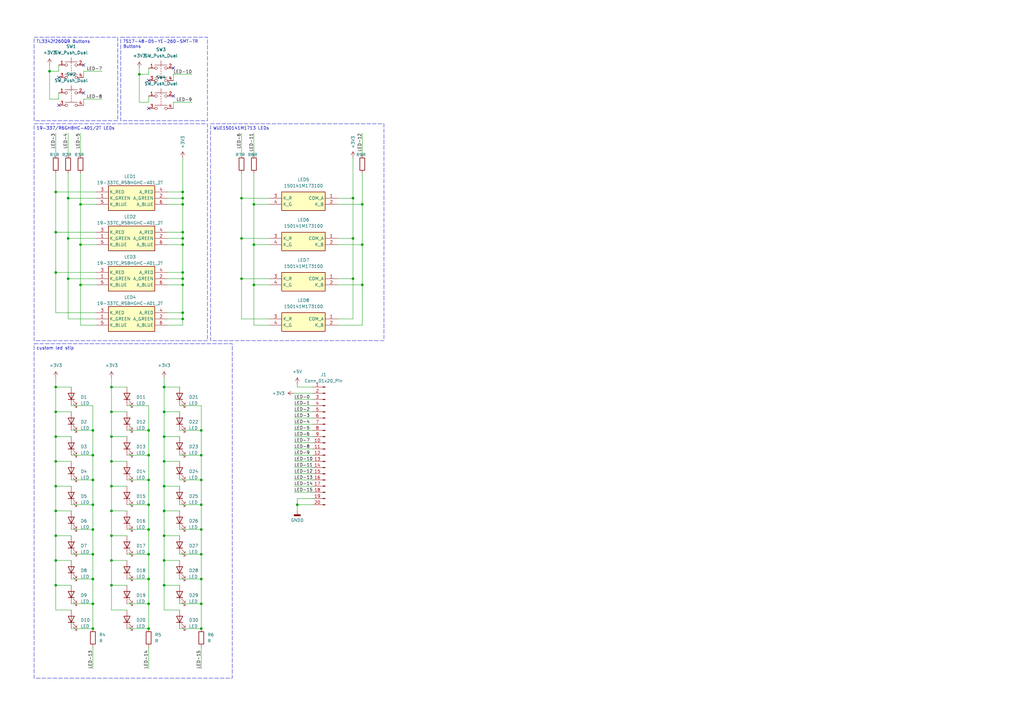
<source format=kicad_sch>
(kicad_sch (version 20230121) (generator eeschema)
  (paper "A3")
  (title_block (title "flexLeds - RGBbaby"))
  (lib_symbols
    (symbol "19-337C_RSBHGHC-A01_2T_1"
      (property "Reference" "LED3" (at -1.27 8.89 0))
      (property "Value" "19-337C_RSBHGHC-A01_2T" (at -1.27 6.35 0))
      (symbol "19-337C_RSBHGHC-A01_2T_1_1_1"
        (rectangle (start -10.16 5.08) (end 8.89 -5.08) (stroke (width 0.254)) (fill (type background)))
        (pin passive line (at -15.24 0 0) (length 5.08) (name "K_GREEN") (number "1"))
        (pin passive line (at 13.97 0 180) (length 5.08) (name "A_GREEN") (number "2"))
        (pin passive line (at -15.24 2.54 0) (length 5.08) (name "K_RED") (number "3"))
        (pin passive line (at 13.97 2.54 180) (length 5.08) (name "A_RED") (number "4"))
        (pin passive line (at -15.24 -2.54 0) (length 5.08) (name "K_BLUE") (number "5"))
        (pin passive line (at 13.97 -2.54 180) (length 5.08) (name "A_BLUE") (number "6"))
      )
    )
    (symbol "19-337C_RSBHGHC-A01_2T_2"
      (property "Reference" "LED1" (at -1.27 8.89 0))
      (property "Value" "19-337C_RSBHGHC-A01_2T" (at -1.27 6.35 0))
      (symbol "19-337C_RSBHGHC-A01_2T_2_1_1"
        (rectangle (start -10.16 5.08) (end 8.89 -5.08) (stroke (width 0.254)) (fill (type background)))
        (pin passive line (at -15.24 0 0) (length 5.08) (name "K_GREEN") (number "1"))
        (pin passive line (at 13.97 0 180) (length 5.08) (name "A_GREEN") (number "2"))
        (pin passive line (at -15.24 2.54 0) (length 5.08) (name "K_RED") (number "3"))
        (pin passive line (at 13.97 2.54 180) (length 5.08) (name "A_RED") (number "4"))
        (pin passive line (at -15.24 -2.54 0) (length 5.08) (name "K_BLUE") (number "5"))
        (pin passive line (at 13.97 -2.54 180) (length 5.08) (name "A_BLUE") (number "6"))
      )
    )
    (symbol "Connector:Conn_01x20_Pin" (pin_names (offset 1.016) hide)
      (property "Reference" "J" (at 0 25.4 0))
      (property "Value" "Conn_01x20_Pin" (at 0 -27.94 0))
      (symbol "Conn_01x20_Pin_1_1"
        (polyline (pts (xy 1.27 -25.4) (xy 0.8636 -25.4)) (stroke (width 0.1524)))
        (polyline (pts (xy 1.27 -22.86) (xy 0.8636 -22.86)) (stroke (width 0.1524)))
        (polyline (pts (xy 1.27 -20.32) (xy 0.8636 -20.32)) (stroke (width 0.1524)))
        (polyline (pts (xy 1.27 -17.78) (xy 0.8636 -17.78)) (stroke (width 0.1524)))
        (polyline (pts (xy 1.27 -15.24) (xy 0.8636 -15.24)) (stroke (width 0.1524)))
        (polyline (pts (xy 1.27 -12.7) (xy 0.8636 -12.7)) (stroke (width 0.1524)))
        (polyline (pts (xy 1.27 -10.16) (xy 0.8636 -10.16)) (stroke (width 0.1524)))
        (polyline (pts (xy 1.27 -7.62) (xy 0.8636 -7.62)) (stroke (width 0.1524)))
        (polyline (pts (xy 1.27 -5.08) (xy 0.8636 -5.08)) (stroke (width 0.1524)))
        (polyline (pts (xy 1.27 -2.54) (xy 0.8636 -2.54)) (stroke (width 0.1524)))
        (polyline (pts (xy 1.27 0) (xy 0.8636 0)) (stroke (width 0.1524)))
        (polyline (pts (xy 1.27 2.54) (xy 0.8636 2.54)) (stroke (width 0.1524)))
        (polyline (pts (xy 1.27 5.08) (xy 0.8636 5.08)) (stroke (width 0.1524)))
        (polyline (pts (xy 1.27 7.62) (xy 0.8636 7.62)) (stroke (width 0.1524)))
        (polyline (pts (xy 1.27 10.16) (xy 0.8636 10.16)) (stroke (width 0.1524)))
        (polyline (pts (xy 1.27 12.7) (xy 0.8636 12.7)) (stroke (width 0.1524)))
        (polyline (pts (xy 1.27 15.24) (xy 0.8636 15.24)) (stroke (width 0.1524)))
        (polyline (pts (xy 1.27 17.78) (xy 0.8636 17.78)) (stroke (width 0.1524)))
        (polyline (pts (xy 1.27 20.32) (xy 0.8636 20.32)) (stroke (width 0.1524)))
        (polyline (pts (xy 1.27 22.86) (xy 0.8636 22.86)) (stroke (width 0.1524)))
        (rectangle (start 0.8636 -25.273) (end 0 -25.527) (stroke (width 0.1524)) (fill (type outline)))
        (rectangle (start 0.8636 -22.733) (end 0 -22.987) (stroke (width 0.1524)) (fill (type outline)))
        (rectangle (start 0.8636 -20.193) (end 0 -20.447) (stroke (width 0.1524)) (fill (type outline)))
        (rectangle (start 0.8636 -17.653) (end 0 -17.907) (stroke (width 0.1524)) (fill (type outline)))
        (rectangle (start 0.8636 -15.113) (end 0 -15.367) (stroke (width 0.1524)) (fill (type outline)))
        (rectangle (start 0.8636 -12.573) (end 0 -12.827) (stroke (width 0.1524)) (fill (type outline)))
        (rectangle (start 0.8636 -10.033) (end 0 -10.287) (stroke (width 0.1524)) (fill (type outline)))
        (rectangle (start 0.8636 -7.493) (end 0 -7.747) (stroke (width 0.1524)) (fill (type outline)))
        (rectangle (start 0.8636 -4.953) (end 0 -5.207) (stroke (width 0.1524)) (fill (type outline)))
        (rectangle (start 0.8636 -2.413) (end 0 -2.667) (stroke (width 0.1524)) (fill (type outline)))
        (rectangle (start 0.8636 0.127) (end 0 -0.127) (stroke (width 0.1524)) (fill (type outline)))
        (rectangle (start 0.8636 2.667) (end 0 2.413) (stroke (width 0.1524)) (fill (type outline)))
        (rectangle (start 0.8636 5.207) (end 0 4.953) (stroke (width 0.1524)) (fill (type outline)))
        (rectangle (start 0.8636 7.747) (end 0 7.493) (stroke (width 0.1524)) (fill (type outline)))
        (rectangle (start 0.8636 10.287) (end 0 10.033) (stroke (width 0.1524)) (fill (type outline)))
        (rectangle (start 0.8636 12.827) (end 0 12.573) (stroke (width 0.1524)) (fill (type outline)))
        (rectangle (start 0.8636 15.367) (end 0 15.113) (stroke (width 0.1524)) (fill (type outline)))
        (rectangle (start 0.8636 17.907) (end 0 17.653) (stroke (width 0.1524)) (fill (type outline)))
        (rectangle (start 0.8636 20.447) (end 0 20.193) (stroke (width 0.1524)) (fill (type outline)))
        (rectangle (start 0.8636 22.987) (end 0 22.733) (stroke (width 0.1524)) (fill (type outline)))
        (pin passive line (at 5.08 22.86 180) (length 3.81) (name "Pin_1") (number "1"))
        (pin passive line (at 5.08 0 180) (length 3.81) (name "Pin_10") (number "10"))
        (pin passive line (at 5.08 -2.54 180) (length 3.81) (name "Pin_11") (number "11"))
        (pin passive line (at 5.08 -5.08 180) (length 3.81) (name "Pin_12") (number "12"))
        (pin passive line (at 5.08 -7.62 180) (length 3.81) (name "Pin_13") (number "13"))
        (pin passive line (at 5.08 -10.16 180) (length 3.81) (name "Pin_14") (number "14"))
        (pin passive line (at 5.08 -12.7 180) (length 3.81) (name "Pin_15") (number "15"))
        (pin passive line (at 5.08 -15.24 180) (length 3.81) (name "Pin_16") (number "16"))
        (pin passive line (at 5.08 -17.78 180) (length 3.81) (name "Pin_17") (number "17"))
        (pin passive line (at 5.08 -20.32 180) (length 3.81) (name "Pin_18") (number "18"))
        (pin passive line (at 5.08 -22.86 180) (length 3.81) (name "Pin_19") (number "19"))
        (pin passive line (at 5.08 20.32 180) (length 3.81) (name "Pin_2") (number "2"))
        (pin passive line (at 5.08 -25.4 180) (length 3.81) (name "Pin_20") (number "20"))
        (pin passive line (at 5.08 17.78 180) (length 3.81) (name "Pin_3") (number "3"))
        (pin passive line (at 5.08 15.24 180) (length 3.81) (name "Pin_4") (number "4"))
        (pin passive line (at 5.08 12.7 180) (length 3.81) (name "Pin_5") (number "5"))
        (pin passive line (at 5.08 10.16 180) (length 3.81) (name "Pin_6") (number "6"))
        (pin passive line (at 5.08 7.62 180) (length 3.81) (name "Pin_7") (number "7"))
        (pin passive line (at 5.08 5.08 180) (length 3.81) (name "Pin_8") (number "8"))
        (pin passive line (at 5.08 2.54 180) (length 3.81) (name "Pin_9") (number "9"))
      )
    )
    (symbol "Device:LED" (pin_numbers hide) (pin_names (offset 1.016) hide)
      (property "Reference" "D" (at 0 2.54 0))
      (property "Value" "LED" (at 0 -2.54 0))
      (symbol "LED_0_1"
        (polyline (pts (xy -1.27 -1.27) (xy -1.27 1.27)) (stroke (width 0.254)))
        (polyline (pts (xy -1.27 0) (xy 1.27 0)))
        (polyline (pts (xy 1.27 -1.27) (xy 1.27 1.27) (xy -1.27 0) (xy 1.27 -1.27)) (stroke (width 0.254)))
        (polyline (pts (xy -3.048 -0.762) (xy -4.572 -2.286) (xy -3.81 -2.286) (xy -4.572 -2.286) (xy -4.572 -1.524)))
        (polyline (pts (xy -1.778 -0.762) (xy -3.302 -2.286) (xy -2.54 -2.286) (xy -3.302 -2.286) (xy -3.302 -1.524)))
      )
      (symbol "LED_1_1"
        (pin passive line (at -3.81 0 0) (length 2.54) (name "K") (number "1"))
        (pin passive line (at 3.81 0 180) (length 2.54) (name "A") (number "2"))
      )
    )
    (symbol "Device:R" (pin_numbers hide) (pin_names (offset 0))
      (property "Reference" "R" (at 2.032 0 90))
      (property "Value" "R" (at 0 0 90))
      (symbol "R_0_1"
        (rectangle (start -1.016 -2.54) (end 1.016 2.54) (stroke (width 0.254)))
      )
      (symbol "R_1_1"
        (pin passive line (at 0 3.81 270) (length 1.27) (name "~") (number "1"))
        (pin passive line (at 0 -3.81 90) (length 1.27) (name "~") (number "2"))
      )
    )
    (symbol "SamacSys_Parts:150141M173100"
      (property "Reference" "LED" (at 24.13 7.62 0))
      (property "Value" "150141M173100" (at 24.13 5.08 0))
      (symbol "150141M173100_1_1"
        (rectangle (start 5.08 2.54) (end 22.86 -5.08) (stroke (width 0.254)) (fill (type background)))
        (pin passive line (at 27.94 0 180) (length 5.08) (name "COM_A") (number "1"))
        (pin passive line (at 27.94 -2.54 180) (length 5.08) (name "K_B") (number "2"))
        (pin passive line (at 0 0 0) (length 5.08) (name "K_R") (number "3"))
        (pin passive line (at 0 -2.54 0) (length 5.08) (name "K_G") (number "4"))
      )
    )
    (symbol "Switch:SW_Push_Dual" (pin_names (offset 1.016) hide)
      (property "Reference" "SW" (at 1.27 2.54 0))
      (property "Value" "SW_Push_Dual" (at 0 -6.858 0))
      (symbol "SW_Push_Dual_0_1"
        (circle (center -2.032 -5.08) (radius 0.508))
        (circle (center -2.032 0) (radius 0.508))
        (polyline (pts (xy 0 -3.048) (xy 0 -3.556)))
        (polyline (pts (xy 0 -2.032) (xy 0 -2.54)))
        (polyline (pts (xy 0 -1.524) (xy 0 -1.016)))
        (polyline (pts (xy 0 -0.508) (xy 0 0)))
        (polyline (pts (xy 0 0.508) (xy 0 1.016)))
        (polyline (pts (xy 0 1.27) (xy 0 3.048)))
        (polyline (pts (xy 2.54 -3.81) (xy -2.54 -3.81)))
        (polyline (pts (xy 2.54 1.27) (xy -2.54 1.27)))
        (circle (center 2.032 -5.08) (radius 0.508))
        (circle (center 2.032 0) (radius 0.508))
        (pin passive line (at -5.08 0 0) (length 2.54) (name "1") (number "1"))
        (pin passive line (at 5.08 0 180) (length 2.54) (name "2") (number "2"))
        (pin passive line (at -5.08 -5.08 0) (length 2.54) (name "3") (number "3"))
        (pin passive line (at 5.08 -5.08 180) (length 2.54) (name "4") (number "4"))
      )
    )
    (symbol "power:+3V3" (power) (pin_names (offset 0))
      (property "Value" "+3V3" (at 0 3.556 0))
      (symbol "+3V3_0_1"
        (polyline (pts (xy -0.762 1.27) (xy 0 2.54)))
        (polyline (pts (xy 0 0) (xy 0 2.54)))
        (polyline (pts (xy 0 2.54) (xy 0.762 1.27)))
      )
      (symbol "+3V3_1_1"
        (pin power_in line (at 0 0 90) (length 0) hide (name "+3V3") (number "1"))
      )
    )
    (symbol "power:+5V" (power) (pin_names (offset 0))
      (property "Value" "+5V" (at 0 3.556 0))
      (symbol "+5V_0_1"
        (polyline (pts (xy -0.762 1.27) (xy 0 2.54)))
        (polyline (pts (xy 0 0) (xy 0 2.54)))
        (polyline (pts (xy 0 2.54) (xy 0.762 1.27)))
      )
      (symbol "+5V_1_1"
        (pin power_in line (at 0 0 90) (length 0) hide (name "+5V") (number "1"))
      )
    )
    (symbol "power:GNDD" (power) (pin_names (offset 0))
      (property "Value" "GNDD" (at 0 -3.175 0))
      (symbol "GNDD_0_1"
        (rectangle (start -1.27 -1.524) (end 1.27 -2.032) (stroke (width 0.254)) (fill (type outline)))
        (polyline (pts (xy 0 0) (xy 0 -1.524)))
      )
      (symbol "GNDD_1_1"
        (pin power_in line (at 0 0 270) (length 0) hide (name "GNDD") (number "1"))
      )
    )
  )
  (junction (at 104.14 116.84))
  (junction (at 60.96 257.81))
  (junction (at 82.55 237.49))
  (junction (at 148.59 116.84))
  (junction (at 38.1 237.49))
  (junction (at 60.96 227.33))
  (junction (at 38.1 247.65))
  (junction (at 38.1 257.81))
  (junction (at 27.94 114.3))
  (junction (at 74.93 114.3))
  (junction (at 45.72 189.23))
  (junction (at 99.06 114.3))
  (junction (at 45.72 229.87))
  (junction (at 22.86 189.23))
  (junction (at 45.72 240.03))
  (junction (at 45.72 179.07))
  (junction (at 67.31 229.87))
  (junction (at 67.31 158.75))
  (junction (at 60.96 247.65))
  (junction (at 74.93 81.28))
  (junction (at 82.55 257.81))
  (junction (at 27.94 81.28))
  (junction (at 67.31 209.55))
  (junction (at 60.96 237.49))
  (junction (at 38.1 186.69))
  (junction (at 74.93 111.76))
  (junction (at 38.1 227.33))
  (junction (at 45.72 168.91))
  (junction (at 22.86 78.74))
  (junction (at 144.78 81.28))
  (junction (at 38.1 207.01))
  (junction (at 67.31 179.07))
  (junction (at 67.31 219.71))
  (junction (at 67.31 189.23))
  (junction (at 38.1 176.53))
  (junction (at 82.55 196.85))
  (junction (at 60.96 176.53))
  (junction (at 22.86 179.07))
  (junction (at 104.14 100.33))
  (junction (at 74.93 128.27))
  (junction (at 104.14 83.82))
  (junction (at 38.1 196.85))
  (junction (at 33.02 116.84))
  (junction (at 45.72 219.71))
  (junction (at 22.86 209.55))
  (junction (at 74.93 130.81))
  (junction (at 82.55 227.33))
  (junction (at 60.96 217.17))
  (junction (at 74.93 95.25))
  (junction (at 38.1 217.17))
  (junction (at 22.86 111.76))
  (junction (at 45.72 158.75))
  (junction (at 20.32 29.21))
  (junction (at 22.86 219.71))
  (junction (at 67.31 168.91))
  (junction (at 60.96 207.01))
  (junction (at 74.93 78.74))
  (junction (at 99.06 81.28))
  (junction (at 22.86 229.87))
  (junction (at 22.86 95.25))
  (junction (at 60.96 186.69))
  (junction (at 148.59 100.33))
  (junction (at 74.93 97.79))
  (junction (at 67.31 199.39))
  (junction (at 82.55 217.17))
  (junction (at 74.93 100.33))
  (junction (at 27.94 97.79))
  (junction (at 148.59 83.82))
  (junction (at 144.78 114.3))
  (junction (at 144.78 97.79))
  (junction (at 33.02 83.82))
  (junction (at 22.86 158.75))
  (junction (at 82.55 207.01))
  (junction (at 74.93 83.82))
  (junction (at 74.93 116.84))
  (junction (at 60.96 196.85))
  (junction (at 45.72 209.55))
  (junction (at 67.31 240.03))
  (junction (at 82.55 186.69))
  (junction (at 82.55 176.53))
  (junction (at 57.15 30.48))
  (junction (at 121.92 207.01))
  (junction (at 45.72 199.39))
  (junction (at 33.02 100.33))
  (junction (at 22.86 168.91))
  (junction (at 22.86 199.39))
  (junction (at 82.55 247.65))
  (junction (at 99.06 97.79))
  (junction (at 22.86 240.03))
  (no_connect (at 71.12 27.94))
  (no_connect (at 71.12 39.37))
  (no_connect (at 34.29 38.1))
  (no_connect (at 24.13 43.18))
  (no_connect (at 24.13 31.75))
  (no_connect (at 34.29 26.67))
  (no_connect (at 60.96 33.02))
  (no_connect (at 60.96 44.45))
  (wire (pts (xy 71.12 30.48) (xy 71.12 33.02)))
  (wire (pts (xy 110.49 133.35) (xy 104.14 133.35)))
  (wire (pts (xy 20.32 26.67) (xy 20.32 29.21)))
  (wire (pts (xy 138.43 81.28) (xy 144.78 81.28)))
  (wire (pts (xy 52.07 237.49) (xy 60.96 237.49)))
  (wire (pts (xy 60.96 176.53) (xy 60.96 186.69)))
  (wire (pts (xy 73.66 166.37) (xy 82.55 166.37)))
  (wire (pts (xy 74.93 100.33) (xy 74.93 97.79)))
  (wire (pts (xy 128.27 158.75) (xy 121.92 158.75)))
  (wire (pts (xy 33.02 100.33) (xy 33.02 83.82)))
  (wire (pts (xy 20.32 40.64) (xy 20.32 29.21)))
  (wire (pts (xy 148.59 100.33) (xy 148.59 116.84)))
  (wire (pts (xy 27.94 81.28) (xy 27.94 71.12)))
  (wire (pts (xy 38.1 186.69) (xy 38.1 196.85)))
  (wire (pts (xy 120.65 171.45) (xy 128.27 171.45)))
  (wire (pts (xy 120.65 189.23) (xy 128.27 189.23)))
  (wire (pts (xy 120.65 176.53) (xy 128.27 176.53)))
  (wire (pts (xy 22.86 54.61) (xy 22.86 63.5)))
  (wire (pts (xy 73.66 196.85) (xy 82.55 196.85)))
  (wire (pts (xy 104.14 54.61) (xy 104.14 63.5)))
  (wire (pts (xy 74.93 130.81) (xy 74.93 128.27)))
  (wire (pts (xy 38.1 166.37) (xy 38.1 176.53)))
  (wire (pts (xy 22.86 219.71) (xy 29.21 219.71)))
  (wire (pts (xy 104.14 100.33) (xy 110.49 100.33)))
  (wire (pts (xy 68.58 83.82) (xy 74.93 83.82)))
  (wire (pts (xy 67.31 209.55) (xy 73.66 209.55)))
  (wire (pts (xy 60.96 186.69) (xy 60.96 196.85)))
  (wire (pts (xy 38.1 217.17) (xy 38.1 227.33)))
  (wire (pts (xy 60.96 39.37) (xy 60.96 41.91)))
  (wire (pts (xy 74.93 97.79) (xy 74.93 95.25)))
  (wire (pts (xy 120.65 199.39) (xy 128.27 199.39)))
  (wire (pts (xy 39.37 128.27) (xy 22.86 128.27)))
  (wire (pts (xy 45.72 229.87) (xy 52.07 229.87)))
  (wire (pts (xy 67.31 179.07) (xy 67.31 168.91)))
  (wire (pts (xy 24.13 40.64) (xy 20.32 40.64)))
  (wire (pts (xy 68.58 130.81) (xy 74.93 130.81)))
  (wire (pts (xy 138.43 100.33) (xy 148.59 100.33)))
  (wire (pts (xy 39.37 81.28) (xy 27.94 81.28)))
  (wire (pts (xy 57.15 27.94) (xy 57.15 30.48)))
  (wire (pts (xy 148.59 71.12) (xy 148.59 83.82)))
  (wire (pts (xy 144.78 64.77) (xy 144.78 81.28)))
  (wire (pts (xy 74.93 114.3) (xy 74.93 111.76)))
  (wire (pts (xy 67.31 229.87) (xy 73.66 229.87)))
  (wire (pts (xy 120.65 196.85) (xy 128.27 196.85)))
  (wire (pts (xy 144.78 97.79) (xy 144.78 114.3)))
  (wire (pts (xy 120.65 181.61) (xy 128.27 181.61)))
  (wire (pts (xy 22.86 229.87) (xy 29.21 229.87)))
  (wire (pts (xy 120.65 166.37) (xy 128.27 166.37)))
  (wire (pts (xy 73.66 176.53) (xy 82.55 176.53)))
  (wire (pts (xy 45.72 219.71) (xy 45.72 209.55)))
  (wire (pts (xy 39.37 114.3) (xy 27.94 114.3)))
  (wire (pts (xy 120.65 179.07) (xy 128.27 179.07)))
  (wire (pts (xy 22.86 209.55) (xy 29.21 209.55)))
  (wire (pts (xy 22.86 168.91) (xy 22.86 158.75)))
  (wire (pts (xy 73.66 247.65) (xy 82.55 247.65)))
  (wire (pts (xy 74.93 111.76) (xy 74.93 100.33)))
  (wire (pts (xy 38.1 176.53) (xy 38.1 186.69)))
  (wire (pts (xy 82.55 207.01) (xy 82.55 217.17)))
  (wire (pts (xy 45.72 179.07) (xy 52.07 179.07)))
  (wire (pts (xy 22.86 189.23) (xy 29.21 189.23)))
  (wire (pts (xy 29.21 207.01) (xy 38.1 207.01)))
  (wire (pts (xy 22.86 71.12) (xy 22.86 78.74)))
  (wire (pts (xy 73.66 186.69) (xy 82.55 186.69)))
  (wire (pts (xy 34.29 40.64) (xy 34.29 43.18)))
  (wire (pts (xy 22.86 250.19) (xy 22.86 240.03)))
  (wire (pts (xy 104.14 100.33) (xy 104.14 83.82)))
  (wire (pts (xy 67.31 219.71) (xy 67.31 209.55)))
  (wire (pts (xy 82.55 217.17) (xy 82.55 227.33)))
  (wire (pts (xy 82.55 265.43) (xy 82.55 274.32)))
  (wire (pts (xy 74.93 116.84) (xy 74.93 114.3)))
  (wire (pts (xy 120.65 161.29) (xy 128.27 161.29)))
  (wire (pts (xy 68.58 114.3) (xy 74.93 114.3)))
  (wire (pts (xy 60.96 41.91) (xy 57.15 41.91)))
  (wire (pts (xy 104.14 83.82) (xy 104.14 71.12)))
  (wire (pts (xy 67.31 168.91) (xy 73.66 168.91)))
  (wire (pts (xy 104.14 133.35) (xy 104.14 116.84)))
  (wire (pts (xy 22.86 219.71) (xy 22.86 209.55)))
  (wire (pts (xy 22.86 199.39) (xy 22.86 189.23)))
  (wire (pts (xy 148.59 83.82) (xy 148.59 100.33)))
  (wire (pts (xy 121.92 209.55) (xy 121.92 207.01)))
  (wire (pts (xy 148.59 54.61) (xy 148.59 63.5)))
  (wire (pts (xy 120.65 163.83) (xy 128.27 163.83)))
  (wire (pts (xy 22.86 95.25) (xy 22.86 111.76)))
  (wire (pts (xy 68.58 78.74) (xy 74.93 78.74)))
  (wire (pts (xy 104.14 116.84) (xy 110.49 116.84)))
  (wire (pts (xy 45.72 154.94) (xy 45.72 158.75)))
  (wire (pts (xy 24.13 38.1) (xy 24.13 40.64)))
  (wire (pts (xy 120.65 186.69) (xy 128.27 186.69)))
  (wire (pts (xy 60.96 257.81) (xy 52.07 257.81)))
  (wire (pts (xy 73.66 250.19) (xy 67.31 250.19)))
  (wire (pts (xy 110.49 130.81) (xy 99.06 130.81)))
  (wire (pts (xy 22.86 209.55) (xy 22.86 199.39)))
  (wire (pts (xy 33.02 116.84) (xy 33.02 100.33)))
  (wire (pts (xy 33.02 54.61) (xy 33.02 63.5)))
  (wire (pts (xy 120.65 201.93) (xy 128.27 201.93)))
  (wire (pts (xy 29.21 217.17) (xy 38.1 217.17)))
  (wire (pts (xy 45.72 168.91) (xy 52.07 168.91)))
  (wire (pts (xy 52.07 166.37) (xy 60.96 166.37)))
  (wire (pts (xy 22.86 158.75) (xy 29.21 158.75)))
  (wire (pts (xy 67.31 240.03) (xy 67.31 229.87)))
  (wire (pts (xy 27.94 97.79) (xy 27.94 81.28)))
  (wire (pts (xy 39.37 97.79) (xy 27.94 97.79)))
  (wire (pts (xy 110.49 81.28) (xy 99.06 81.28)))
  (wire (pts (xy 27.94 54.61) (xy 27.94 63.5)))
  (wire (pts (xy 52.07 217.17) (xy 60.96 217.17)))
  (wire (pts (xy 99.06 81.28) (xy 99.06 71.12)))
  (wire (pts (xy 67.31 154.94) (xy 67.31 158.75)))
  (wire (pts (xy 144.78 114.3) (xy 144.78 130.81)))
  (wire (pts (xy 33.02 100.33) (xy 39.37 100.33)))
  (wire (pts (xy 67.31 219.71) (xy 73.66 219.71)))
  (wire (pts (xy 121.92 158.75) (xy 121.92 157.48)))
  (wire (pts (xy 60.96 247.65) (xy 60.96 257.81)))
  (wire (pts (xy 38.1 237.49) (xy 38.1 247.65)))
  (wire (pts (xy 33.02 133.35) (xy 33.02 116.84)))
  (wire (pts (xy 34.29 29.21) (xy 34.29 31.75)))
  (wire (pts (xy 138.43 114.3) (xy 144.78 114.3)))
  (wire (pts (xy 39.37 130.81) (xy 27.94 130.81)))
  (wire (pts (xy 38.1 196.85) (xy 38.1 207.01)))
  (wire (pts (xy 52.07 227.33) (xy 60.96 227.33)))
  (wire (pts (xy 60.96 237.49) (xy 60.96 247.65)))
  (wire (pts (xy 39.37 95.25) (xy 22.86 95.25)))
  (wire (pts (xy 24.13 26.67) (xy 24.13 29.21)))
  (wire (pts (xy 38.1 265.43) (xy 38.1 274.32)))
  (wire (pts (xy 74.93 64.77) (xy 74.93 78.74)))
  (wire (pts (xy 74.93 95.25) (xy 74.93 83.82)))
  (wire (pts (xy 99.06 54.61) (xy 99.06 63.5)))
  (wire (pts (xy 74.93 81.28) (xy 74.93 78.74)))
  (wire (pts (xy 68.58 116.84) (xy 74.93 116.84)))
  (wire (pts (xy 39.37 111.76) (xy 22.86 111.76)))
  (wire (pts (xy 29.21 237.49) (xy 38.1 237.49)))
  (wire (pts (xy 67.31 199.39) (xy 67.31 189.23)))
  (wire (pts (xy 67.31 240.03) (xy 73.66 240.03)))
  (wire (pts (xy 82.55 176.53) (xy 82.55 186.69)))
  (wire (pts (xy 82.55 237.49) (xy 82.55 247.65)))
  (wire (pts (xy 138.43 116.84) (xy 148.59 116.84)))
  (wire (pts (xy 82.55 247.65) (xy 82.55 257.81)))
  (wire (pts (xy 68.58 100.33) (xy 74.93 100.33)))
  (wire (pts (xy 27.94 114.3) (xy 27.94 97.79)))
  (wire (pts (xy 144.78 81.28) (xy 144.78 97.79)))
  (wire (pts (xy 148.59 116.84) (xy 148.59 133.35)))
  (wire (pts (xy 60.96 207.01) (xy 60.96 217.17)))
  (wire (pts (xy 38.1 257.81) (xy 29.21 257.81)))
  (wire (pts (xy 27.94 130.81) (xy 27.94 114.3)))
  (wire (pts (xy 29.21 176.53) (xy 38.1 176.53)))
  (wire (pts (xy 67.31 168.91) (xy 67.31 158.75)))
  (wire (pts (xy 22.86 199.39) (xy 29.21 199.39)))
  (wire (pts (xy 68.58 95.25) (xy 74.93 95.25)))
  (wire (pts (xy 29.21 250.19) (xy 22.86 250.19)))
  (wire (pts (xy 45.72 219.71) (xy 52.07 219.71)))
  (wire (pts (xy 74.93 133.35) (xy 74.93 130.81)))
  (wire (pts (xy 41.91 29.21) (xy 34.29 29.21)))
  (wire (pts (xy 45.72 229.87) (xy 45.72 219.71)))
  (wire (pts (xy 41.91 40.64) (xy 34.29 40.64)))
  (wire (pts (xy 57.15 30.48) (xy 60.96 30.48)))
  (wire (pts (xy 68.58 133.35) (xy 74.93 133.35)))
  (wire (pts (xy 104.14 83.82) (xy 110.49 83.82)))
  (wire (pts (xy 67.31 158.75) (xy 73.66 158.75)))
  (wire (pts (xy 22.86 240.03) (xy 29.21 240.03)))
  (wire (pts (xy 121.92 207.01) (xy 128.27 207.01)))
  (wire (pts (xy 29.21 227.33) (xy 38.1 227.33)))
  (wire (pts (xy 82.55 186.69) (xy 82.55 196.85)))
  (wire (pts (xy 33.02 83.82) (xy 33.02 71.12)))
  (wire (pts (xy 68.58 81.28) (xy 74.93 81.28)))
  (wire (pts (xy 45.72 209.55) (xy 52.07 209.55)))
  (wire (pts (xy 71.12 41.91) (xy 71.12 44.45)))
  (wire (pts (xy 60.96 217.17) (xy 60.96 227.33)))
  (wire (pts (xy 22.86 229.87) (xy 22.86 219.71)))
  (wire (pts (xy 38.1 207.01) (xy 38.1 217.17)))
  (wire (pts (xy 52.07 207.01) (xy 60.96 207.01)))
  (wire (pts (xy 45.72 209.55) (xy 45.72 199.39)))
  (wire (pts (xy 138.43 97.79) (xy 144.78 97.79)))
  (wire (pts (xy 45.72 168.91) (xy 45.72 158.75)))
  (wire (pts (xy 52.07 196.85) (xy 60.96 196.85)))
  (wire (pts (xy 22.86 78.74) (xy 39.37 78.74)))
  (wire (pts (xy 67.31 250.19) (xy 67.31 240.03)))
  (wire (pts (xy 99.06 97.79) (xy 99.06 81.28)))
  (wire (pts (xy 110.49 97.79) (xy 99.06 97.79)))
  (wire (pts (xy 82.55 257.81) (xy 73.66 257.81)))
  (wire (pts (xy 39.37 133.35) (xy 33.02 133.35)))
  (wire (pts (xy 52.07 247.65) (xy 60.96 247.65)))
  (wire (pts (xy 45.72 240.03) (xy 52.07 240.03)))
  (wire (pts (xy 78.74 41.91) (xy 71.12 41.91)))
  (wire (pts (xy 45.72 199.39) (xy 45.72 189.23)))
  (wire (pts (xy 22.86 111.76) (xy 22.86 128.27)))
  (wire (pts (xy 57.15 41.91) (xy 57.15 30.48)))
  (wire (pts (xy 73.66 227.33) (xy 82.55 227.33)))
  (wire (pts (xy 74.93 83.82) (xy 74.93 81.28)))
  (wire (pts (xy 60.96 265.43) (xy 60.96 274.32)))
  (wire (pts (xy 104.14 116.84) (xy 104.14 100.33)))
  (wire (pts (xy 120.65 191.77) (xy 128.27 191.77)))
  (wire (pts (xy 120.65 173.99) (xy 128.27 173.99)))
  (wire (pts (xy 73.66 207.01) (xy 82.55 207.01)))
  (wire (pts (xy 45.72 189.23) (xy 52.07 189.23)))
  (wire (pts (xy 29.21 247.65) (xy 38.1 247.65)))
  (wire (pts (xy 45.72 189.23) (xy 45.72 179.07)))
  (wire (pts (xy 60.96 227.33) (xy 60.96 237.49)))
  (wire (pts (xy 138.43 130.81) (xy 144.78 130.81)))
  (wire (pts (xy 20.32 29.21) (xy 24.13 29.21)))
  (wire (pts (xy 67.31 179.07) (xy 73.66 179.07)))
  (wire (pts (xy 45.72 179.07) (xy 45.72 168.91)))
  (wire (pts (xy 68.58 128.27) (xy 74.93 128.27)))
  (wire (pts (xy 38.1 227.33) (xy 38.1 237.49)))
  (wire (pts (xy 60.96 196.85) (xy 60.96 207.01)))
  (wire (pts (xy 45.72 199.39) (xy 52.07 199.39)))
  (wire (pts (xy 74.93 128.27) (xy 74.93 116.84)))
  (wire (pts (xy 52.07 186.69) (xy 60.96 186.69)))
  (wire (pts (xy 67.31 189.23) (xy 73.66 189.23)))
  (wire (pts (xy 52.07 176.53) (xy 60.96 176.53)))
  (wire (pts (xy 67.31 229.87) (xy 67.31 219.71)))
  (wire (pts (xy 29.21 196.85) (xy 38.1 196.85)))
  (wire (pts (xy 52.07 250.19) (xy 45.72 250.19)))
  (wire (pts (xy 110.49 114.3) (xy 99.06 114.3)))
  (wire (pts (xy 22.86 168.91) (xy 29.21 168.91)))
  (wire (pts (xy 99.06 130.81) (xy 99.06 114.3)))
  (wire (pts (xy 38.1 247.65) (xy 38.1 257.81)))
  (wire (pts (xy 22.86 154.94) (xy 22.86 158.75)))
  (wire (pts (xy 29.21 166.37) (xy 38.1 166.37)))
  (wire (pts (xy 73.66 217.17) (xy 82.55 217.17)))
  (wire (pts (xy 82.55 166.37) (xy 82.55 176.53)))
  (wire (pts (xy 68.58 97.79) (xy 74.93 97.79)))
  (wire (pts (xy 120.65 194.31) (xy 128.27 194.31)))
  (wire (pts (xy 22.86 78.74) (xy 22.86 95.25)))
  (wire (pts (xy 29.21 186.69) (xy 38.1 186.69)))
  (wire (pts (xy 45.72 158.75) (xy 52.07 158.75)))
  (wire (pts (xy 33.02 116.84) (xy 39.37 116.84)))
  (wire (pts (xy 138.43 133.35) (xy 148.59 133.35)))
  (wire (pts (xy 82.55 196.85) (xy 82.55 207.01)))
  (wire (pts (xy 68.58 111.76) (xy 74.93 111.76)))
  (wire (pts (xy 22.86 179.07) (xy 29.21 179.07)))
  (wire (pts (xy 73.66 237.49) (xy 82.55 237.49)))
  (wire (pts (xy 67.31 209.55) (xy 67.31 199.39)))
  (wire (pts (xy 121.92 207.01) (xy 121.92 204.47)))
  (wire (pts (xy 33.02 83.82) (xy 39.37 83.82)))
  (wire (pts (xy 67.31 199.39) (xy 73.66 199.39)))
  (wire (pts (xy 82.55 227.33) (xy 82.55 237.49)))
  (wire (pts (xy 120.65 184.15) (xy 128.27 184.15)))
  (wire (pts (xy 67.31 189.23) (xy 67.31 179.07)))
  (wire (pts (xy 45.72 250.19) (xy 45.72 240.03)))
  (wire (pts (xy 45.72 240.03) (xy 45.72 229.87)))
  (wire (pts (xy 60.96 27.94) (xy 60.96 30.48)))
  (wire (pts (xy 99.06 114.3) (xy 99.06 97.79)))
  (wire (pts (xy 22.86 179.07) (xy 22.86 168.91)))
  (wire (pts (xy 60.96 166.37) (xy 60.96 176.53)))
  (wire (pts (xy 121.92 204.47) (xy 128.27 204.47)))
  (wire (pts (xy 22.86 240.03) (xy 22.86 229.87)))
  (wire (pts (xy 78.74 30.48) (xy 71.12 30.48)))
  (wire (pts (xy 138.43 83.82) (xy 148.59 83.82)))
  (wire (pts (xy 120.65 168.91) (xy 128.27 168.91)))
  (wire (pts (xy 22.86 189.23) (xy 22.86 179.07)))
  (text_box "TS17-48-05-YE-260-SMT-TR Buttons" (at 49.53 15.24 0) (size 35.56 34.29) (stroke (width 0) (type dash)) (effects (font (size 1.27 1.27)) (justify left top)))
  (text_box "custom led stip" (at 13.97 140.97 0) (size 81.28 137.16) (stroke (width 0) (type dash)) (effects (font (size 1.27 1.27)) (justify left top)))
  (text_box "19-337/R6GHBHC-A01/2T LEDs" (at 13.97 50.8 0) (size 71.12 88.9) (stroke (width 0) (type dash)) (effects (font (size 1.27 1.27)) (justify left top)))
  (text_box "TL3342f260Q9 Buttons" (at 13.97 15.24 0) (size 34.29 34.29) (stroke (width 0) (type dash)) (effects (font (size 1.27 1.27)) (justify left top)))
  (text_box "WUE150141M1713 LEDs" (at 86.36 50.8 0) (size 71.12 88.9) (stroke (width 0) (type dash)) (effects (font (size 1.27 1.27)) (justify left top)))
  (label "LED-10" (at 78.74 30.48 180))
  (label "LED-4" (at 27.94 54.61 270))
  (label "LED-5" (at 120.65 176.53 0))
  (label "LED-10" (at 120.65 189.23 0))
  (label "LED-4" (at 120.65 173.99 0))
  (label "LED-6" (at 120.65 179.07 0))
  (label "LED-13" (at 120.65 196.85 0))
  (label "LED-7" (at 120.65 181.61 0))
  (label "LED-15" (at 120.65 201.93 0))
  (label "LED-3" (at 120.65 171.45 0))
  (label "LED-8" (at 120.65 184.15 0))
  (label "LED-8" (at 41.91 40.64 180))
  (label "LED-12" (at 120.65 194.31 0))
  (label "LED-14" (at 60.96 274.32 90))
  (label "LED-5" (at 33.02 54.61 270))
  (label "LED-6" (at 99.06 54.61 270))
  (label "LED-14" (at 120.65 199.39 0))
  (label "LED-11" (at 120.65 191.77 0))
  (label "LED-15" (at 82.55 274.32 90))
  (label "LED-0" (at 120.65 163.83 0))
  (label "LED-1" (at 120.65 166.37 0))
  (label "LED-11" (at 104.14 54.61 270))
  (label "LED-9" (at 120.65 186.69 0))
  (label "LED-3" (at 22.86 54.61 270))
  (label "LED-2" (at 120.65 168.91 0))
  (label "LED-9" (at 78.74 41.91 180))
  (label "LED-13" (at 38.1 274.32 90))
  (label "LED-12" (at 148.59 54.61 270))
  (label "LED-7" (at 41.91 29.21 180))
  (symbol (lib_name "19-337C_RSBHGHC-A01_2T_1") (lib_id "SamacSys_Parts:19-337C_RSBHGHC-A01_2T") (at 54.61 114.3 0) (unit 1)
    (property "Reference" "LED3" (at 53.34 105.41 0))
    (property "Value" "19-337C_RSBHGHC-A01_2T" (at 53.34 107.95 0))
    (property "Footprint" "19337CRSBHGHCA012T" (effects hide))
    (property "Datasheet" "https://media.digikey.com/pdf/Data%20Sheets/Everlight%20PDFs/19-337C-RSBHGHC-A01-2T.pdf" (effects hide))
    (property "Height" "0" (effects hide))
    (property "Manufacturer_Name" "Everlight" (effects hide))
    (property "Manufacturer_Part_Number" "19-337C/RSBHGHC-A01/2T" (effects hide))
    (property "Mouser Part Number" "638-337CRSBHGHCA012T" (effects hide))
    (property "Mouser Price/Stock" "https://www.mouser.co.uk/ProductDetail/Everlight/19-337C-RSBHGHC-A01-2T?qs=By6Nw2ByBD0mvETd5unM3A%3D%3D" (effects hide))
    (property "Arrow Part Number" "19-337C/RSBHGHC-A01/2T" (effects hide))
    (property "Arrow Price/Stock" "https://www.arrow.com/en/products/19-337crsbhghc-a012t/everlight-electronics?region=nac" (effects hide))
  )
  (symbol (lib_id "Device:LED") (at 52.07 233.68 90) (unit 1)
    (property "Reference" "D18" (at 55.88 233.9975 90) (effects (justify right)))
    (property "Value" "LED" (at 55.88 236.5375 90) (effects (justify right)))
    (property "Footprint" "LED_SMD:LED_0805_2012Metric_Pad1.15x1.40mm_HandSolder" (effects hide))
  )
  (symbol (lib_id "Device:R") (at 27.94 67.31 0) (unit 1)
    (property "Reference" "R2" (at 25.4 63.5 0) (effects (justify left)))
    (property "Value" "R" (at 27.94 63.5 0) (effects (justify left)))
    (property "Footprint" "Resistor_SMD:R_0805_2012Metric_Pad1.20x1.40mm_HandSolder" (effects hide))
  )
  (symbol (lib_id "SamacSys_Parts:150141M173100") (at 110.49 97.79 0) (unit 1)
    (property "Reference" "LED6" (at 124.46 90.17 0))
    (property "Value" "150141M173100" (at 124.46 92.71 0))
    (property "Footprint" "150141M173100" (effects hide))
    (property "Datasheet" "https://www.mouser.de/datasheet/2/445/150141M173100-1714646.pdf" (effects hide))
    (property "Height" "2.1" (effects hide))
    (property "Manufacturer_Name" "Wurth Elektronik" (effects hide))
    (property "Manufacturer_Part_Number" "150141M173100" (effects hide))
    (property "Mouser Part Number" "710-150141M173100" (effects hide))
    (property "Mouser Price/Stock" "https://www.mouser.co.uk/ProductDetail/Wurth-Elektronik/150141M173100?qs=2kOmHSv6VfT%2Fmnpysgc7Ng%3D%3D" (effects hide))
  )
  (symbol (lib_id "Device:LED") (at 52.07 213.36 90) (unit 1)
    (property "Reference" "D16" (at 55.88 213.6775 90) (effects (justify right)))
    (property "Value" "LED" (at 55.88 216.2175 90) (effects (justify right)))
    (property "Footprint" "LED_SMD:LED_0805_2012Metric_Pad1.15x1.40mm_HandSolder" (effects hide))
  )
  (symbol (lib_id "Device:LED") (at 52.07 254 90) (unit 1)
    (property "Reference" "D20" (at 55.88 254.3175 90) (effects (justify right)))
    (property "Value" "LED" (at 55.88 256.8575 90) (effects (justify right)))
    (property "Footprint" "LED_SMD:LED_0805_2012Metric_Pad1.15x1.40mm_HandSolder" (effects hide))
  )
  (symbol (lib_id "Device:R") (at 82.55 261.62 0) (unit 1)
    (property "Reference" "R6" (at 85.09 260.35 0) (effects (justify left)))
    (property "Value" "R" (at 85.09 262.89 0) (effects (justify left)))
    (property "Footprint" "Resistor_SMD:R_0805_2012Metric_Pad1.20x1.40mm_HandSolder" (effects hide))
  )
  (symbol (lib_id "power:+3V3") (at 20.32 26.67 0) (unit 1)
    (property "Reference" "#PWR01" (effects hide))
    (property "Value" "+3V3" (at 20.32 21.59 0))
  )
  (symbol (lib_id "power:+3V3") (at 22.86 154.94 0) (mirror y) (unit 1)
    (property "Reference" "#PWR02" (effects hide))
    (property "Value" "+3V3" (at 22.86 149.86 0))
  )
  (symbol (lib_id "power:+3V3") (at 67.31 154.94 0) (mirror y) (unit 1)
    (property "Reference" "#PWR05" (effects hide))
    (property "Value" "+3V3" (at 67.31 149.86 0))
  )
  (symbol (lib_id "SamacSys_Parts:150141M173100") (at 110.49 114.3 0) (unit 1)
    (property "Reference" "LED7" (at 124.46 106.68 0))
    (property "Value" "150141M173100" (at 124.46 109.22 0))
    (property "Footprint" "150141M173100" (effects hide))
    (property "Datasheet" "https://www.mouser.de/datasheet/2/445/150141M173100-1714646.pdf" (effects hide))
    (property "Height" "2.1" (effects hide))
    (property "Manufacturer_Name" "Wurth Elektronik" (effects hide))
    (property "Manufacturer_Part_Number" "150141M173100" (effects hide))
    (property "Mouser Part Number" "710-150141M173100" (effects hide))
    (property "Mouser Price/Stock" "https://www.mouser.co.uk/ProductDetail/Wurth-Elektronik/150141M173100?qs=2kOmHSv6VfT%2Fmnpysgc7Ng%3D%3D" (effects hide))
  )
  (symbol (lib_id "Switch:SW_Push_Dual") (at 66.04 39.37 0) (unit 1)
    (property "Reference" "SW4" (at 66.04 31.75 0))
    (property "Value" "SW_Push_Dual" (at 66.04 34.29 0))
    (property "Footprint" "SamacSys_Parts:TS174805YE160SMTTR" (effects hide))
  )
  (symbol (lib_id "Device:LED") (at 29.21 162.56 90) (unit 1)
    (property "Reference" "D1" (at 33.02 162.8775 90) (effects (justify right)))
    (property "Value" "LED" (at 33.02 165.4175 90) (effects (justify right)))
    (property "Footprint" "LED_SMD:LED_0805_2012Metric_Pad1.15x1.40mm_HandSolder" (effects hide))
  )
  (symbol (lib_id "SamacSys_Parts:150141M173100") (at 110.49 130.81 0) (unit 1)
    (property "Reference" "LED8" (at 124.46 123.19 0))
    (property "Value" "150141M173100" (at 124.46 125.73 0))
    (property "Footprint" "150141M173100" (effects hide))
    (property "Datasheet" "https://www.mouser.de/datasheet/2/445/150141M173100-1714646.pdf" (effects hide))
    (property "Height" "2.1" (effects hide))
    (property "Manufacturer_Name" "Wurth Elektronik" (effects hide))
    (property "Manufacturer_Part_Number" "150141M173100" (effects hide))
    (property "Mouser Part Number" "710-150141M173100" (effects hide))
    (property "Mouser Price/Stock" "https://www.mouser.co.uk/ProductDetail/Wurth-Elektronik/150141M173100?qs=2kOmHSv6VfT%2Fmnpysgc7Ng%3D%3D" (effects hide))
  )
  (symbol (lib_id "Device:R") (at 33.02 67.31 0) (unit 1)
    (property "Reference" "R3" (at 30.48 63.5 0) (effects (justify left)))
    (property "Value" "R" (at 33.02 63.5 0) (effects (justify left)))
    (property "Footprint" "Resistor_SMD:R_0805_2012Metric_Pad1.20x1.40mm_HandSolder" (effects hide))
  )
  (symbol (lib_id "Device:LED") (at 73.66 172.72 90) (unit 1)
    (property "Reference" "D22" (at 77.47 173.0375 90) (effects (justify right)))
    (property "Value" "LED" (at 77.47 175.5775 90) (effects (justify right)))
    (property "Footprint" "LED_SMD:LED_0805_2012Metric_Pad1.15x1.40mm_HandSolder" (effects hide))
  )
  (symbol (lib_id "Device:LED") (at 73.66 254 90) (unit 1)
    (property "Reference" "D30" (at 77.47 254.3175 90) (effects (justify right)))
    (property "Value" "LED" (at 77.47 256.8575 90) (effects (justify right)))
    (property "Footprint" "LED_SMD:LED_0805_2012Metric_Pad1.15x1.40mm_HandSolder" (effects hide))
  )
  (symbol (lib_id "Device:LED") (at 29.21 223.52 90) (unit 1)
    (property "Reference" "D7" (at 33.02 223.8375 90) (effects (justify right)))
    (property "Value" "LED" (at 33.02 226.3775 90) (effects (justify right)))
    (property "Footprint" "LED_SMD:LED_0805_2012Metric_Pad1.15x1.40mm_HandSolder" (effects hide))
  )
  (symbol (lib_id "Device:LED") (at 52.07 182.88 90) (unit 1)
    (property "Reference" "D13" (at 55.88 183.1975 90) (effects (justify right)))
    (property "Value" "LED" (at 55.88 185.7375 90) (effects (justify right)))
    (property "Footprint" "LED_SMD:LED_0805_2012Metric_Pad1.15x1.40mm_HandSolder" (effects hide))
  )
  (symbol (lib_id "Device:LED") (at 52.07 162.56 90) (unit 1)
    (property "Reference" "D11" (at 55.88 162.8775 90) (effects (justify right)))
    (property "Value" "LED" (at 55.88 165.4175 90) (effects (justify right)))
    (property "Footprint" "LED_SMD:LED_0805_2012Metric_Pad1.15x1.40mm_HandSolder" (effects hide))
  )
  (symbol (lib_id "power:+3V3") (at 57.15 27.94 0) (unit 1)
    (property "Reference" "#PWR04" (effects hide))
    (property "Value" "+3V3" (at 57.15 22.86 0))
  )
  (symbol (lib_id "Device:LED") (at 29.21 213.36 90) (unit 1)
    (property "Reference" "D6" (at 33.02 213.6775 90) (effects (justify right)))
    (property "Value" "LED" (at 33.02 216.2175 90) (effects (justify right)))
    (property "Footprint" "LED_SMD:LED_0805_2012Metric_Pad1.15x1.40mm_HandSolder" (effects hide))
  )
  (symbol (lib_id "Device:R") (at 104.14 67.31 0) (unit 1)
    (property "Reference" "R8" (at 101.6 63.5 0) (effects (justify left)))
    (property "Value" "R" (at 104.14 63.5 0) (effects (justify left)))
    (property "Footprint" "Resistor_SMD:R_0805_2012Metric_Pad1.20x1.40mm_HandSolder" (effects hide))
  )
  (symbol (lib_id "Device:R") (at 99.06 67.31 0) (unit 1)
    (property "Reference" "R7" (at 96.52 63.5 0) (effects (justify left)))
    (property "Value" "R" (at 99.06 63.5 0) (effects (justify left)))
    (property "Footprint" "Resistor_SMD:R_0805_2012Metric_Pad1.20x1.40mm_HandSolder" (effects hide))
  )
  (symbol (lib_id "Device:LED") (at 73.66 223.52 90) (unit 1)
    (property "Reference" "D27" (at 77.47 223.8375 90) (effects (justify right)))
    (property "Value" "LED" (at 77.47 226.3775 90) (effects (justify right)))
    (property "Footprint" "LED_SMD:LED_0805_2012Metric_Pad1.15x1.40mm_HandSolder" (effects hide))
  )
  (symbol (lib_id "power:+3V3") (at 144.78 64.77 0) (mirror y) (unit 1)
    (property "Reference" "#PWR010" (effects hide))
    (property "Value" "+3V3" (at 144.78 60.96 90) (effects (justify left)))
  )
  (symbol (lib_id "power:+3V3") (at 120.65 161.29 90) (unit 1)
    (property "Reference" "#PWR07" (effects hide))
    (property "Value" "+3V3" (at 116.84 161.29 90) (effects (justify left)))
  )
  (symbol (lib_id "Device:LED") (at 73.66 193.04 90) (unit 1)
    (property "Reference" "D24" (at 77.47 193.3575 90) (effects (justify right)))
    (property "Value" "LED" (at 77.47 195.8975 90) (effects (justify right)))
    (property "Footprint" "LED_SMD:LED_0805_2012Metric_Pad1.15x1.40mm_HandSolder" (effects hide))
  )
  (symbol (lib_id "Device:LED") (at 73.66 243.84 90) (unit 1)
    (property "Reference" "D29" (at 77.47 244.1575 90) (effects (justify right)))
    (property "Value" "LED" (at 77.47 246.6975 90) (effects (justify right)))
    (property "Footprint" "LED_SMD:LED_0805_2012Metric_Pad1.15x1.40mm_HandSolder" (effects hide))
  )
  (symbol (lib_name "19-337C_RSBHGHC-A01_2T_1") (lib_id "SamacSys_Parts:19-337C_RSBHGHC-A01_2T") (at 54.61 130.81 0) (unit 1)
    (property "Reference" "LED4" (at 53.34 121.92 0))
    (property "Value" "19-337C_RSBHGHC-A01_2T" (at 53.34 124.46 0))
    (property "Footprint" "19337CRSBHGHCA012T" (effects hide))
    (property "Datasheet" "https://media.digikey.com/pdf/Data%20Sheets/Everlight%20PDFs/19-337C-RSBHGHC-A01-2T.pdf" (effects hide))
    (property "Height" "0" (effects hide))
    (property "Manufacturer_Name" "Everlight" (effects hide))
    (property "Manufacturer_Part_Number" "19-337C/RSBHGHC-A01/2T" (effects hide))
    (property "Mouser Part Number" "638-337CRSBHGHCA012T" (effects hide))
    (property "Mouser Price/Stock" "https://www.mouser.co.uk/ProductDetail/Everlight/19-337C-RSBHGHC-A01-2T?qs=By6Nw2ByBD0mvETd5unM3A%3D%3D" (effects hide))
    (property "Arrow Part Number" "19-337C/RSBHGHC-A01/2T" (effects hide))
    (property "Arrow Price/Stock" "https://www.arrow.com/en/products/19-337crsbhghc-a012t/everlight-electronics?region=nac" (effects hide))
  )
  (symbol (lib_id "Device:LED") (at 29.21 203.2 90) (unit 1)
    (property "Reference" "D5" (at 33.02 203.5175 90) (effects (justify right)))
    (property "Value" "LED" (at 33.02 206.0575 90) (effects (justify right)))
    (property "Footprint" "LED_SMD:LED_0805_2012Metric_Pad1.15x1.40mm_HandSolder" (effects hide))
  )
  (symbol (lib_id "Device:LED") (at 52.07 172.72 90) (unit 1)
    (property "Reference" "D12" (at 55.88 173.0375 90) (effects (justify right)))
    (property "Value" "LED" (at 55.88 175.5775 90) (effects (justify right)))
    (property "Footprint" "LED_SMD:LED_0805_2012Metric_Pad1.15x1.40mm_HandSolder" (effects hide))
  )
  (symbol (lib_id "Device:LED") (at 29.21 172.72 90) (unit 1)
    (property "Reference" "D2" (at 33.02 173.0375 90) (effects (justify right)))
    (property "Value" "LED" (at 33.02 175.5775 90) (effects (justify right)))
    (property "Footprint" "LED_SMD:LED_0805_2012Metric_Pad1.15x1.40mm_HandSolder" (effects hide))
  )
  (symbol (lib_id "Device:R") (at 148.59 67.31 0) (unit 1)
    (property "Reference" "R9" (at 146.05 63.5 0) (effects (justify left)))
    (property "Value" "R" (at 148.59 63.5 0) (effects (justify left)))
    (property "Footprint" "Resistor_SMD:R_0805_2012Metric_Pad1.20x1.40mm_HandSolder" (effects hide))
  )
  (symbol (lib_id "Device:LED") (at 29.21 243.84 90) (unit 1)
    (property "Reference" "D9" (at 33.02 244.1575 90) (effects (justify right)))
    (property "Value" "LED" (at 33.02 246.6975 90) (effects (justify right)))
    (property "Footprint" "LED_SMD:LED_0805_2012Metric_Pad1.15x1.40mm_HandSolder" (effects hide))
  )
  (symbol (lib_id "Device:LED") (at 73.66 233.68 90) (unit 1)
    (property "Reference" "D28" (at 77.47 233.9975 90) (effects (justify right)))
    (property "Value" "LED" (at 77.47 236.5375 90) (effects (justify right)))
    (property "Footprint" "LED_SMD:LED_0805_2012Metric_Pad1.15x1.40mm_HandSolder" (effects hide))
  )
  (symbol (lib_id "power:+5V") (at 121.92 157.48 0) (unit 1)
    (property "Reference" "#PWR08" (effects hide))
    (property "Value" "+5V" (at 121.92 152.4 0))
  )
  (symbol (lib_id "Connector:Conn_01x20_Pin") (at 133.35 181.61 0) (mirror y) (unit 1)
    (property "Reference" "J1" (at 132.715 153.67 0))
    (property "Value" "Conn_01x20_Pin" (at 132.715 156.21 0))
    (property "Footprint" "User:Conn_1x20_FFC" (effects hide))
  )
  (symbol (lib_id "Device:LED") (at 73.66 162.56 90) (unit 1)
    (property "Reference" "D21" (at 77.47 162.8775 90) (effects (justify right)))
    (property "Value" "LED" (at 77.47 165.4175 90) (effects (justify right)))
    (property "Footprint" "LED_SMD:LED_0805_2012Metric_Pad1.15x1.40mm_HandSolder" (effects hide))
  )
  (symbol (lib_name "19-337C_RSBHGHC-A01_2T_1") (lib_id "SamacSys_Parts:19-337C_RSBHGHC-A01_2T") (at 54.61 97.79 0) (unit 1)
    (property "Reference" "LED2" (at 53.34 88.9 0))
    (property "Value" "19-337C_RSBHGHC-A01_2T" (at 53.34 91.44 0))
    (property "Footprint" "19337CRSBHGHCA012T" (effects hide))
    (property "Datasheet" "https://media.digikey.com/pdf/Data%20Sheets/Everlight%20PDFs/19-337C-RSBHGHC-A01-2T.pdf" (effects hide))
    (property "Height" "0" (effects hide))
    (property "Manufacturer_Name" "Everlight" (effects hide))
    (property "Manufacturer_Part_Number" "19-337C/RSBHGHC-A01/2T" (effects hide))
    (property "Mouser Part Number" "638-337CRSBHGHCA012T" (effects hide))
    (property "Mouser Price/Stock" "https://www.mouser.co.uk/ProductDetail/Everlight/19-337C-RSBHGHC-A01-2T?qs=By6Nw2ByBD0mvETd5unM3A%3D%3D" (effects hide))
    (property "Arrow Part Number" "19-337C/RSBHGHC-A01/2T" (effects hide))
    (property "Arrow Price/Stock" "https://www.arrow.com/en/products/19-337crsbhghc-a012t/everlight-electronics?region=nac" (effects hide))
  )
  (symbol (lib_id "Device:LED") (at 73.66 213.36 90) (unit 1)
    (property "Reference" "D26" (at 77.47 213.6775 90) (effects (justify right)))
    (property "Value" "LED" (at 77.47 216.2175 90) (effects (justify right)))
    (property "Footprint" "LED_SMD:LED_0805_2012Metric_Pad1.15x1.40mm_HandSolder" (effects hide))
  )
  (symbol (lib_id "Switch:SW_Push_Dual") (at 66.04 27.94 0) (unit 1)
    (property "Reference" "SW3" (at 66.04 20.32 0))
    (property "Value" "SW_Push_Dual" (at 66.04 22.86 0))
    (property "Footprint" "SamacSys_Parts:TS174805YE160SMTTR" (effects hide))
  )
  (symbol (lib_id "Device:LED") (at 52.07 243.84 90) (unit 1)
    (property "Reference" "D19" (at 55.88 244.1575 90) (effects (justify right)))
    (property "Value" "LED" (at 55.88 246.6975 90) (effects (justify right)))
    (property "Footprint" "LED_SMD:LED_0805_2012Metric_Pad1.15x1.40mm_HandSolder" (effects hide))
  )
  (symbol (lib_id "Device:LED") (at 29.21 254 90) (unit 1)
    (property "Reference" "D10" (at 33.02 254.3175 90) (effects (justify right)))
    (property "Value" "LED" (at 33.02 256.8575 90) (effects (justify right)))
    (property "Footprint" "LED_SMD:LED_0805_2012Metric_Pad1.15x1.40mm_HandSolder" (effects hide))
  )
  (symbol (lib_id "Device:LED") (at 52.07 203.2 90) (unit 1)
    (property "Reference" "D15" (at 55.88 203.5175 90) (effects (justify right)))
    (property "Value" "LED" (at 55.88 206.0575 90) (effects (justify right)))
    (property "Footprint" "LED_SMD:LED_0805_2012Metric_Pad1.15x1.40mm_HandSolder" (effects hide))
  )
  (symbol (lib_id "Device:R") (at 38.1 261.62 0) (unit 1)
    (property "Reference" "R4" (at 40.64 260.35 0) (effects (justify left)))
    (property "Value" "R" (at 40.64 262.89 0) (effects (justify left)))
    (property "Footprint" "Resistor_SMD:R_0805_2012Metric_Pad1.20x1.40mm_HandSolder" (effects hide))
  )
  (symbol (lib_id "Device:LED") (at 73.66 182.88 90) (unit 1)
    (property "Reference" "D23" (at 77.47 183.1975 90) (effects (justify right)))
    (property "Value" "LED" (at 77.47 185.7375 90) (effects (justify right)))
    (property "Footprint" "LED_SMD:LED_0805_2012Metric_Pad1.15x1.40mm_HandSolder" (effects hide))
  )
  (symbol (lib_id "power:+3V3") (at 45.72 154.94 0) (mirror y) (unit 1)
    (property "Reference" "#PWR03" (effects hide))
    (property "Value" "+3V3" (at 45.72 149.86 0))
  )
  (symbol (lib_id "Device:LED") (at 73.66 203.2 90) (unit 1)
    (property "Reference" "D25" (at 77.47 203.5175 90) (effects (justify right)))
    (property "Value" "LED" (at 77.47 206.0575 90) (effects (justify right)))
    (property "Footprint" "LED_SMD:LED_0805_2012Metric_Pad1.15x1.40mm_HandSolder" (effects hide))
  )
  (symbol (lib_id "Device:LED") (at 29.21 182.88 90) (unit 1)
    (property "Reference" "D3" (at 33.02 183.1975 90) (effects (justify right)))
    (property "Value" "LED" (at 33.02 185.7375 90) (effects (justify right)))
    (property "Footprint" "LED_SMD:LED_0805_2012Metric_Pad1.15x1.40mm_HandSolder" (effects hide))
  )
  (symbol (lib_id "Device:LED") (at 52.07 193.04 90) (unit 1)
    (property "Reference" "D14" (at 55.88 193.3575 90) (effects (justify right)))
    (property "Value" "LED" (at 55.88 195.8975 90) (effects (justify right)))
    (property "Footprint" "LED_SMD:LED_0805_2012Metric_Pad1.15x1.40mm_HandSolder" (effects hide))
  )
  (symbol (lib_name "19-337C_RSBHGHC-A01_2T_2") (lib_id "SamacSys_Parts:19-337C_RSBHGHC-A01_2T") (at 54.61 81.28 0) (unit 1)
    (property "Reference" "LED1" (at 53.34 72.39 0))
    (property "Value" "19-337C_RSBHGHC-A01_2T" (at 53.34 74.93 0))
    (property "Footprint" "19337CRSBHGHCA012T" (effects hide))
    (property "Datasheet" "https://media.digikey.com/pdf/Data%20Sheets/Everlight%20PDFs/19-337C-RSBHGHC-A01-2T.pdf" (effects hide))
    (property "Height" "0" (effects hide))
    (property "Manufacturer_Name" "Everlight" (effects hide))
    (property "Manufacturer_Part_Number" "19-337C/RSBHGHC-A01/2T" (effects hide))
    (property "Mouser Part Number" "638-337CRSBHGHCA012T" (effects hide))
    (property "Mouser Price/Stock" "https://www.mouser.co.uk/ProductDetail/Everlight/19-337C-RSBHGHC-A01-2T?qs=By6Nw2ByBD0mvETd5unM3A%3D%3D" (effects hide))
    (property "Arrow Part Number" "19-337C/RSBHGHC-A01/2T" (effects hide))
    (property "Arrow Price/Stock" "https://www.arrow.com/en/products/19-337crsbhghc-a012t/everlight-electronics?region=nac" (effects hide))
  )
  (symbol (lib_id "SamacSys_Parts:150141M173100") (at 110.49 81.28 0) (unit 1)
    (property "Reference" "LED5" (at 124.46 73.66 0))
    (property "Value" "150141M173100" (at 124.46 76.2 0))
    (property "Footprint" "150141M173100" (effects hide))
    (property "Datasheet" "https://www.mouser.de/datasheet/2/445/150141M173100-1714646.pdf" (effects hide))
    (property "Height" "2.1" (effects hide))
    (property "Manufacturer_Name" "Wurth Elektronik" (effects hide))
    (property "Manufacturer_Part_Number" "150141M173100" (effects hide))
    (property "Mouser Part Number" "710-150141M173100" (effects hide))
    (property "Mouser Price/Stock" "https://www.mouser.co.uk/ProductDetail/Wurth-Elektronik/150141M173100?qs=2kOmHSv6VfT%2Fmnpysgc7Ng%3D%3D" (effects hide))
  )
  (symbol (lib_id "Switch:SW_Push_Dual") (at 29.21 38.1 0) (unit 1)
    (property "Reference" "SW2" (at 29.21 30.48 0))
    (property "Value" "SW_Push_Dual" (at 29.21 33.02 0))
    (property "Footprint" "SamacSys_Parts:TL3342F260QG" (effects hide))
  )
  (symbol (lib_id "Device:R") (at 22.86 67.31 0) (unit 1)
    (property "Reference" "R1" (at 20.32 63.5 0) (effects (justify left)))
    (property "Value" "R" (at 22.86 63.5 0) (effects (justify left)))
    (property "Footprint" "Resistor_SMD:R_0805_2012Metric_Pad1.20x1.40mm_HandSolder" (effects hide))
  )
  (symbol (lib_id "Device:LED") (at 29.21 233.68 90) (unit 1)
    (property "Reference" "D8" (at 33.02 233.9975 90) (effects (justify right)))
    (property "Value" "LED" (at 33.02 236.5375 90) (effects (justify right)))
    (property "Footprint" "LED_SMD:LED_0805_2012Metric_Pad1.15x1.40mm_HandSolder" (effects hide))
  )
  (symbol (lib_id "power:GNDD") (at 121.92 209.55 0) (unit 1)
    (property "Reference" "#PWR09" (effects hide))
    (property "Value" "GNDD" (at 121.92 213.36 0))
  )
  (symbol (lib_id "Switch:SW_Push_Dual") (at 29.21 26.67 0) (unit 1)
    (property "Reference" "SW1" (at 29.21 19.05 0))
    (property "Value" "SW_Push_Dual" (at 29.21 21.59 0))
    (property "Footprint" "SamacSys_Parts:TL3342F260QG" (effects hide))
  )
  (symbol (lib_id "Device:LED") (at 52.07 223.52 90) (unit 1)
    (property "Reference" "D17" (at 55.88 223.8375 90) (effects (justify right)))
    (property "Value" "LED" (at 55.88 226.3775 90) (effects (justify right)))
    (property "Footprint" "LED_SMD:LED_0805_2012Metric_Pad1.15x1.40mm_HandSolder" (effects hide))
  )
  (symbol (lib_id "power:+3V3") (at 74.93 64.77 0) (mirror y) (unit 1)
    (property "Reference" "#PWR06" (effects hide))
    (property "Value" "+3V3" (at 74.93 60.96 90) (effects (justify left)))
  )
  (symbol (lib_id "Device:LED") (at 29.21 193.04 90) (unit 1)
    (property "Reference" "D4" (at 33.02 193.3575 90) (effects (justify right)))
    (property "Value" "LED" (at 33.02 195.8975 90) (effects (justify right)))
    (property "Footprint" "LED_SMD:LED_0805_2012Metric_Pad1.15x1.40mm_HandSolder" (effects hide))
  )
  (symbol (lib_id "Device:R") (at 60.96 261.62 0) (unit 1)
    (property "Reference" "R5" (at 63.5 260.35 0) (effects (justify left)))
    (property "Value" "R" (at 63.5 262.89 0) (effects (justify left)))
    (property "Footprint" "Resistor_SMD:R_0805_2012Metric_Pad1.20x1.40mm_HandSolder" (effects hide))
  )
)
</source>
